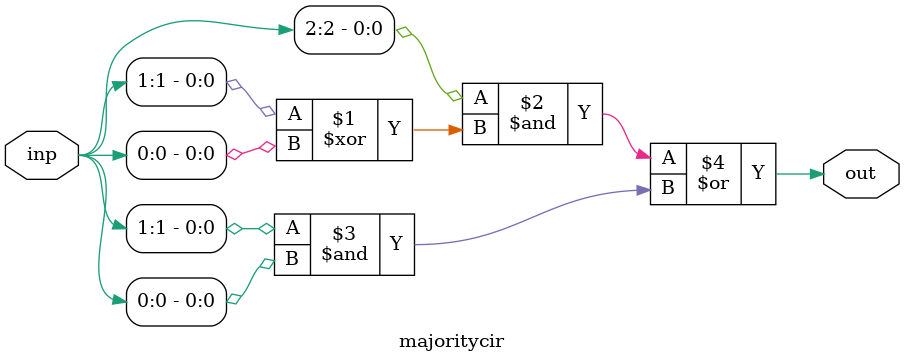
<source format=v>
`timescale 1ns / 1ps


module majoritycir(
    input[2:0] inp,
    output out
    );
    assign out=(inp[2]&(inp[1]^inp[0]))|(inp[1]&inp[0]);
endmodule

</source>
